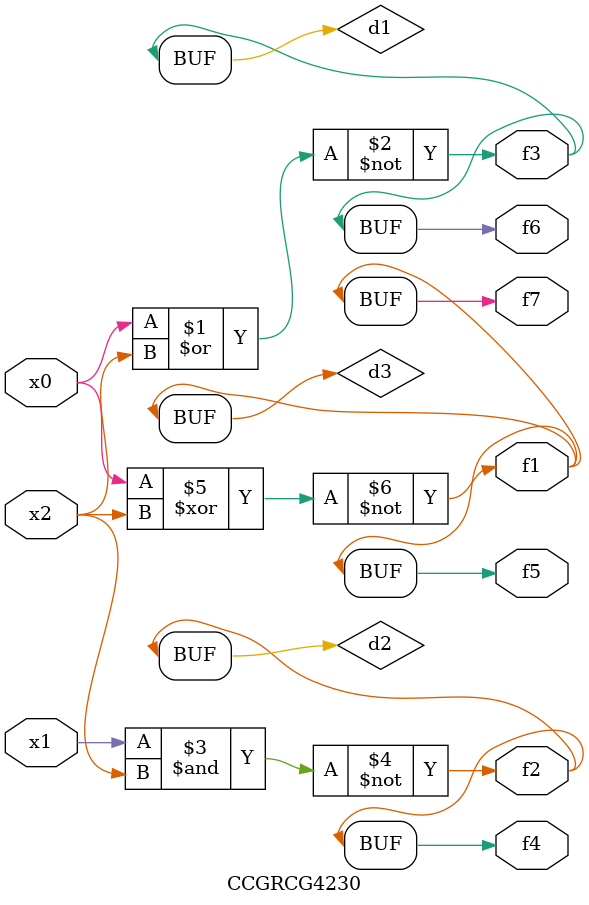
<source format=v>
module CCGRCG4230(
	input x0, x1, x2,
	output f1, f2, f3, f4, f5, f6, f7
);

	wire d1, d2, d3;

	nor (d1, x0, x2);
	nand (d2, x1, x2);
	xnor (d3, x0, x2);
	assign f1 = d3;
	assign f2 = d2;
	assign f3 = d1;
	assign f4 = d2;
	assign f5 = d3;
	assign f6 = d1;
	assign f7 = d3;
endmodule

</source>
